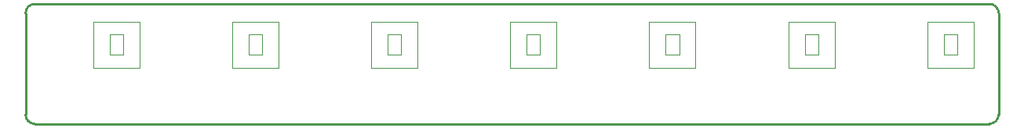
<source format=gm1>
G04 Layer_Color=16711935*
%FSLAX42Y42*%
%MOMM*%
G71*
G01*
G75*
%ADD12C,0.25*%
%ADD13C,0.10*%
D12*
X10400Y0D02*
G03*
X10500Y100I0J100D01*
G01*
Y1200D02*
G03*
X10400Y1300I-100J0D01*
G01*
X100D02*
G03*
X0Y1200I0J-100D01*
G01*
Y100D02*
G03*
X100Y0I100J0D01*
G01*
Y1300D02*
X10400D01*
X10500Y100D02*
Y1200D01*
X0Y100D02*
Y1200D01*
X100Y0D02*
X10400D01*
D02*
G03*
X10500Y100I0J100D01*
G01*
Y1200D02*
G03*
X10400Y1300I-100J0D01*
G01*
X100D02*
G03*
X0Y1200I0J-100D01*
G01*
Y100D02*
G03*
X100Y0I100J0D01*
G01*
Y1300D02*
X10400D01*
X10500Y100D02*
Y1200D01*
X0Y100D02*
Y1200D01*
X100Y0D02*
X10400D01*
D13*
X907Y970D02*
X1052D01*
X907Y750D02*
X1052D01*
X907D02*
Y970D01*
X1052Y750D02*
Y970D01*
X2408D02*
X2552D01*
X2408Y750D02*
X2552D01*
X2408D02*
Y970D01*
X2552Y750D02*
Y970D01*
X3908D02*
X4053D01*
X3908Y750D02*
X4053D01*
X3908D02*
Y970D01*
X4053Y750D02*
Y970D01*
X5408D02*
X5553D01*
X5408Y750D02*
X5553D01*
X5408D02*
Y970D01*
X5553Y750D02*
Y970D01*
X6907D02*
X7053D01*
X6907Y750D02*
X7053D01*
X6907D02*
Y970D01*
X7053Y750D02*
Y970D01*
X8407D02*
X8553D01*
X8407Y750D02*
X8553D01*
X8407D02*
Y970D01*
X8553Y750D02*
Y970D01*
X9907D02*
X10053D01*
X9907Y750D02*
X10053D01*
X9907D02*
Y970D01*
X10053Y750D02*
Y970D01*
X10230Y610D02*
Y1110D01*
X9730Y610D02*
Y1110D01*
X10230D01*
X9730Y610D02*
X10230D01*
X8730D02*
Y1110D01*
X8230Y610D02*
Y1110D01*
X8730D01*
X8230Y610D02*
X8730D01*
X7230D02*
Y1110D01*
X6730Y610D02*
Y1110D01*
X7230D01*
X6730Y610D02*
X7230D01*
X5730D02*
Y1110D01*
X5230Y610D02*
Y1110D01*
X5730D01*
X5230Y610D02*
X5730D01*
X4230D02*
Y1110D01*
X3730Y610D02*
Y1110D01*
X4230D01*
X3730Y610D02*
X4230D01*
X2730D02*
Y1110D01*
X2230Y610D02*
Y1110D01*
X2730D01*
X2230Y610D02*
X2730D01*
X1230D02*
Y1110D01*
X730Y610D02*
Y1110D01*
X1230D01*
X730Y610D02*
X1230D01*
M02*

</source>
